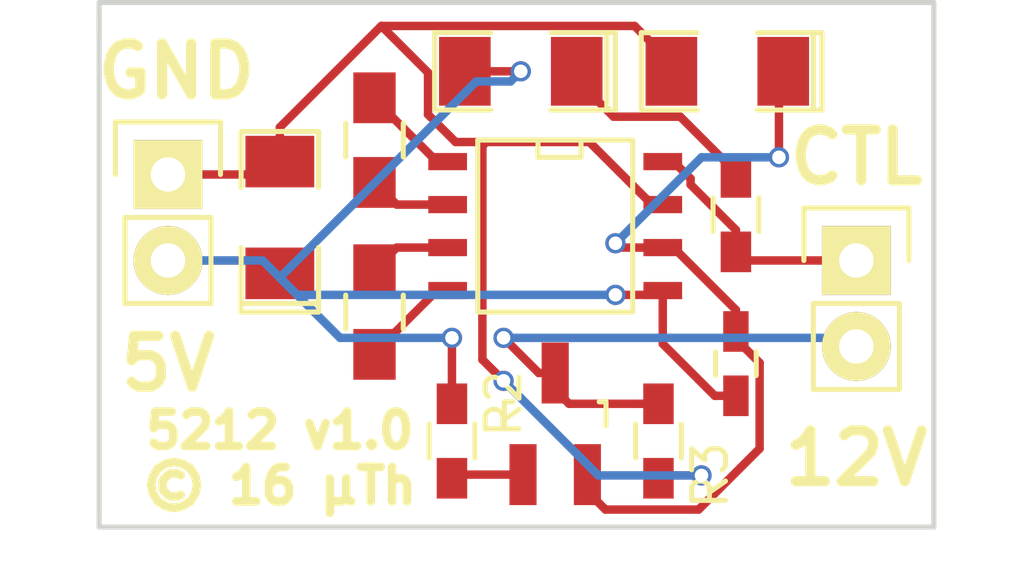
<source format=kicad_pcb>
(kicad_pcb (version 4) (host pcbnew 4.0.0-stable)

  (general
    (links 22)
    (no_connects 0)
    (area 125.193667 96.391 155.730334 114.767)
    (thickness 1.6)
    (drawings 11)
    (tracks 96)
    (zones 0)
    (modules 13)
    (nets 12)
  )

  (page A4)
  (layers
    (0 F.Cu signal)
    (31 B.Cu signal)
    (32 B.Adhes user)
    (33 F.Adhes user)
    (34 B.Paste user)
    (35 F.Paste user)
    (36 B.SilkS user)
    (37 F.SilkS user)
    (38 B.Mask user)
    (39 F.Mask user)
    (40 Dwgs.User user)
    (41 Cmts.User user)
    (42 Eco1.User user)
    (43 Eco2.User user)
    (44 Edge.Cuts user)
    (45 Margin user)
    (46 B.CrtYd user)
    (47 F.CrtYd user)
    (48 B.Fab user)
    (49 F.Fab user)
  )

  (setup
    (last_trace_width 0.25)
    (trace_clearance 0.2)
    (zone_clearance 0.508)
    (zone_45_only no)
    (trace_min 0.2)
    (segment_width 0.2)
    (edge_width 0.15)
    (via_size 0.6)
    (via_drill 0.4)
    (via_min_size 0.4)
    (via_min_drill 0.3)
    (uvia_size 0.3)
    (uvia_drill 0.1)
    (uvias_allowed no)
    (uvia_min_size 0.2)
    (uvia_min_drill 0.1)
    (pcb_text_width 0.3)
    (pcb_text_size 1.5 1.5)
    (mod_edge_width 0.15)
    (mod_text_size 1 1)
    (mod_text_width 0.15)
    (pad_size 1.524 1.524)
    (pad_drill 0.762)
    (pad_to_mask_clearance 0.2)
    (aux_axis_origin 127 111.76)
    (grid_origin 127 114.3)
    (visible_elements FFFEFF7F)
    (pcbplotparams
      (layerselection 0x010f0_80000001)
      (usegerberextensions true)
      (excludeedgelayer true)
      (linewidth 0.100000)
      (plotframeref false)
      (viasonmask false)
      (mode 1)
      (useauxorigin false)
      (hpglpennumber 1)
      (hpglpenspeed 20)
      (hpglpendiameter 15)
      (hpglpenoverlay 2)
      (psnegative false)
      (psa4output false)
      (plotreference true)
      (plotvalue true)
      (plotinvisibletext false)
      (padsonsilk false)
      (subtractmaskfromsilk true)
      (outputformat 1)
      (mirror false)
      (drillshape 0)
      (scaleselection 1)
      (outputdirectory gerb/))
  )

  (net 0 "")
  (net 1 "Net-(C1-Pad1)")
  (net 2 "Net-(C1-Pad2)")
  (net 3 "Net-(C2-Pad1)")
  (net 4 "Net-(C2-Pad2)")
  (net 5 "Net-(C3-Pad1)")
  (net 6 GND)
  (net 7 +5V)
  (net 8 "Net-(D1-Pad1)")
  (net 9 "Net-(P2-Pad1)")
  (net 10 "Net-(P2-Pad2)")
  (net 11 "Net-(Q1-Pad1)")

  (net_class Default "This is the default net class."
    (clearance 0.2)
    (trace_width 0.25)
    (via_dia 0.6)
    (via_drill 0.4)
    (uvia_dia 0.3)
    (uvia_drill 0.1)
    (add_net +5V)
    (add_net GND)
    (add_net "Net-(C1-Pad1)")
    (add_net "Net-(C1-Pad2)")
    (add_net "Net-(C2-Pad1)")
    (add_net "Net-(C2-Pad2)")
    (add_net "Net-(C3-Pad1)")
    (add_net "Net-(D1-Pad1)")
    (add_net "Net-(P2-Pad1)")
    (add_net "Net-(P2-Pad2)")
    (add_net "Net-(Q1-Pad1)")
  )

  (module Capacitors_SMD:C_0805_HandSoldering (layer F.Cu) (tedit 56DCF3A5) (tstamp 56DCEE06)
    (at 136.398 101.6 270)
    (descr "Capacitor SMD 0805, hand soldering")
    (tags "capacitor 0805")
    (path /56DCCA19)
    (attr smd)
    (fp_text reference C1 (at 0 -2.1 270) (layer F.SilkS) hide
      (effects (font (size 1 1) (thickness 0.15)))
    )
    (fp_text value 220n (at 0 2.1 270) (layer F.Fab)
      (effects (font (size 1 1) (thickness 0.15)))
    )
    (fp_line (start -2.3 -1) (end 2.3 -1) (layer F.CrtYd) (width 0.05))
    (fp_line (start -2.3 1) (end 2.3 1) (layer F.CrtYd) (width 0.05))
    (fp_line (start -2.3 -1) (end -2.3 1) (layer F.CrtYd) (width 0.05))
    (fp_line (start 2.3 -1) (end 2.3 1) (layer F.CrtYd) (width 0.05))
    (fp_line (start 0.5 -0.85) (end -0.5 -0.85) (layer F.SilkS) (width 0.15))
    (fp_line (start -0.5 0.85) (end 0.5 0.85) (layer F.SilkS) (width 0.15))
    (pad 1 smd rect (at -1.25 0 270) (size 1.5 1.25) (layers F.Cu F.Paste F.Mask)
      (net 1 "Net-(C1-Pad1)"))
    (pad 2 smd rect (at 1.25 0 270) (size 1.5 1.25) (layers F.Cu F.Paste F.Mask)
      (net 2 "Net-(C1-Pad2)"))
    (model Capacitors_SMD.3dshapes/C_0805_HandSoldering.wrl
      (at (xyz 0 0 0))
      (scale (xyz 1 1 1))
      (rotate (xyz 0 0 0))
    )
  )

  (module Capacitors_SMD:C_0805_HandSoldering (layer F.Cu) (tedit 56DCF3A0) (tstamp 56DCEE0C)
    (at 136.398 106.68 270)
    (descr "Capacitor SMD 0805, hand soldering")
    (tags "capacitor 0805")
    (path /56DCCA87)
    (attr smd)
    (fp_text reference C2 (at 0 -2.1 270) (layer F.SilkS) hide
      (effects (font (size 1 1) (thickness 0.15)))
    )
    (fp_text value 220n (at 0 2.1 270) (layer F.Fab)
      (effects (font (size 1 1) (thickness 0.15)))
    )
    (fp_line (start -2.3 -1) (end 2.3 -1) (layer F.CrtYd) (width 0.05))
    (fp_line (start -2.3 1) (end 2.3 1) (layer F.CrtYd) (width 0.05))
    (fp_line (start -2.3 -1) (end -2.3 1) (layer F.CrtYd) (width 0.05))
    (fp_line (start 2.3 -1) (end 2.3 1) (layer F.CrtYd) (width 0.05))
    (fp_line (start 0.5 -0.85) (end -0.5 -0.85) (layer F.SilkS) (width 0.15))
    (fp_line (start -0.5 0.85) (end 0.5 0.85) (layer F.SilkS) (width 0.15))
    (pad 1 smd rect (at -1.25 0 270) (size 1.5 1.25) (layers F.Cu F.Paste F.Mask)
      (net 3 "Net-(C2-Pad1)"))
    (pad 2 smd rect (at 1.25 0 270) (size 1.5 1.25) (layers F.Cu F.Paste F.Mask)
      (net 4 "Net-(C2-Pad2)"))
    (model Capacitors_SMD.3dshapes/C_0805_HandSoldering.wrl
      (at (xyz 0 0 0))
      (scale (xyz 1 1 1))
      (rotate (xyz 0 0 0))
    )
  )

  (module SMD_Packages:SMD-1206_Pol (layer F.Cu) (tedit 56DCF7E9) (tstamp 56DCEE12)
    (at 146.812 99.568 180)
    (path /56DCCC52)
    (attr smd)
    (fp_text reference C3 (at 0 0 180) (layer F.SilkS) hide
      (effects (font (size 1 1) (thickness 0.15)))
    )
    (fp_text value 4.7µ (at 0 0 180) (layer F.Fab)
      (effects (font (size 1 1) (thickness 0.15)))
    )
    (fp_line (start -2.54 -1.143) (end -2.794 -1.143) (layer F.SilkS) (width 0.15))
    (fp_line (start -2.794 -1.143) (end -2.794 1.143) (layer F.SilkS) (width 0.15))
    (fp_line (start -2.794 1.143) (end -2.54 1.143) (layer F.SilkS) (width 0.15))
    (fp_line (start -2.54 -1.143) (end -2.54 1.143) (layer F.SilkS) (width 0.15))
    (fp_line (start -2.54 1.143) (end -0.889 1.143) (layer F.SilkS) (width 0.15))
    (fp_line (start 0.889 -1.143) (end 2.54 -1.143) (layer F.SilkS) (width 0.15))
    (fp_line (start 2.54 -1.143) (end 2.54 1.143) (layer F.SilkS) (width 0.15))
    (fp_line (start 2.54 1.143) (end 0.889 1.143) (layer F.SilkS) (width 0.15))
    (fp_line (start -0.889 -1.143) (end -2.54 -1.143) (layer F.SilkS) (width 0.15))
    (pad 1 smd rect (at -1.651 0 180) (size 1.524 2.032) (layers F.Cu F.Paste F.Mask)
      (net 5 "Net-(C3-Pad1)"))
    (pad 2 smd rect (at 1.651 0 180) (size 1.524 2.032) (layers F.Cu F.Paste F.Mask)
      (net 6 GND))
    (model SMD_Packages.3dshapes/SMD-1206_Pol.wrl
      (at (xyz 0 0 0))
      (scale (xyz 0.17 0.16 0.16))
      (rotate (xyz 0 0 0))
    )
  )

  (module SMD_Packages:SMD-1206_Pol (layer F.Cu) (tedit 56DCF7F0) (tstamp 56DCEE18)
    (at 133.604 103.886 90)
    (path /56DCCCE7)
    (attr smd)
    (fp_text reference C4 (at 0 0 90) (layer F.SilkS) hide
      (effects (font (size 1 1) (thickness 0.15)))
    )
    (fp_text value 4.7µ (at 0 0 90) (layer F.Fab)
      (effects (font (size 1 1) (thickness 0.15)))
    )
    (fp_line (start -2.54 -1.143) (end -2.794 -1.143) (layer F.SilkS) (width 0.15))
    (fp_line (start -2.794 -1.143) (end -2.794 1.143) (layer F.SilkS) (width 0.15))
    (fp_line (start -2.794 1.143) (end -2.54 1.143) (layer F.SilkS) (width 0.15))
    (fp_line (start -2.54 -1.143) (end -2.54 1.143) (layer F.SilkS) (width 0.15))
    (fp_line (start -2.54 1.143) (end -0.889 1.143) (layer F.SilkS) (width 0.15))
    (fp_line (start 0.889 -1.143) (end 2.54 -1.143) (layer F.SilkS) (width 0.15))
    (fp_line (start 2.54 -1.143) (end 2.54 1.143) (layer F.SilkS) (width 0.15))
    (fp_line (start 2.54 1.143) (end 0.889 1.143) (layer F.SilkS) (width 0.15))
    (fp_line (start -0.889 -1.143) (end -2.54 -1.143) (layer F.SilkS) (width 0.15))
    (pad 1 smd rect (at -1.651 0 90) (size 1.524 2.032) (layers F.Cu F.Paste F.Mask)
      (net 7 +5V))
    (pad 2 smd rect (at 1.651 0 90) (size 1.524 2.032) (layers F.Cu F.Paste F.Mask)
      (net 6 GND))
    (model SMD_Packages.3dshapes/SMD-1206_Pol.wrl
      (at (xyz 0 0 0))
      (scale (xyz 0.17 0.16 0.16))
      (rotate (xyz 0 0 0))
    )
  )

  (module Capacitors_SMD:C_0603_HandSoldering (layer F.Cu) (tedit 56DCF7F6) (tstamp 56DCEE1E)
    (at 147.066 108.204 90)
    (descr "Capacitor SMD 0603, hand soldering")
    (tags "capacitor 0603")
    (path /56DCE7A4)
    (attr smd)
    (fp_text reference C5 (at 0 -1.9 90) (layer F.SilkS) hide
      (effects (font (size 1 1) (thickness 0.15)))
    )
    (fp_text value 100n (at 0 1.9 90) (layer F.Fab)
      (effects (font (size 1 1) (thickness 0.15)))
    )
    (fp_line (start -1.85 -0.75) (end 1.85 -0.75) (layer F.CrtYd) (width 0.05))
    (fp_line (start -1.85 0.75) (end 1.85 0.75) (layer F.CrtYd) (width 0.05))
    (fp_line (start -1.85 -0.75) (end -1.85 0.75) (layer F.CrtYd) (width 0.05))
    (fp_line (start 1.85 -0.75) (end 1.85 0.75) (layer F.CrtYd) (width 0.05))
    (fp_line (start -0.35 -0.6) (end 0.35 -0.6) (layer F.SilkS) (width 0.15))
    (fp_line (start 0.35 0.6) (end -0.35 0.6) (layer F.SilkS) (width 0.15))
    (pad 1 smd rect (at -0.95 0 90) (size 1.2 0.75) (layers F.Cu F.Paste F.Mask)
      (net 7 +5V))
    (pad 2 smd rect (at 0.95 0 90) (size 1.2 0.75) (layers F.Cu F.Paste F.Mask)
      (net 5 "Net-(C3-Pad1)"))
    (model Capacitors_SMD.3dshapes/C_0603_HandSoldering.wrl
      (at (xyz 0 0 0))
      (scale (xyz 1 1 1))
      (rotate (xyz 0 0 0))
    )
  )

  (module SMD_Packages:SMD-1206_Pol (layer F.Cu) (tedit 56DCF7FC) (tstamp 56DCEE24)
    (at 140.716 99.568 180)
    (path /56DCCDF8)
    (attr smd)
    (fp_text reference D1 (at 0 0 180) (layer F.SilkS) hide
      (effects (font (size 1 1) (thickness 0.15)))
    )
    (fp_text value Led_Small (at 0 0 180) (layer F.Fab)
      (effects (font (size 1 1) (thickness 0.15)))
    )
    (fp_line (start -2.54 -1.143) (end -2.794 -1.143) (layer F.SilkS) (width 0.15))
    (fp_line (start -2.794 -1.143) (end -2.794 1.143) (layer F.SilkS) (width 0.15))
    (fp_line (start -2.794 1.143) (end -2.54 1.143) (layer F.SilkS) (width 0.15))
    (fp_line (start -2.54 -1.143) (end -2.54 1.143) (layer F.SilkS) (width 0.15))
    (fp_line (start -2.54 1.143) (end -0.889 1.143) (layer F.SilkS) (width 0.15))
    (fp_line (start 0.889 -1.143) (end 2.54 -1.143) (layer F.SilkS) (width 0.15))
    (fp_line (start 2.54 -1.143) (end 2.54 1.143) (layer F.SilkS) (width 0.15))
    (fp_line (start 2.54 1.143) (end 0.889 1.143) (layer F.SilkS) (width 0.15))
    (fp_line (start -0.889 -1.143) (end -2.54 -1.143) (layer F.SilkS) (width 0.15))
    (pad 1 smd rect (at -1.651 0 180) (size 1.524 2.032) (layers F.Cu F.Paste F.Mask)
      (net 8 "Net-(D1-Pad1)"))
    (pad 2 smd rect (at 1.651 0 180) (size 1.524 2.032) (layers F.Cu F.Paste F.Mask)
      (net 7 +5V))
    (model SMD_Packages.3dshapes/SMD-1206_Pol.wrl
      (at (xyz 0 0 0))
      (scale (xyz 0.17 0.16 0.16))
      (rotate (xyz 0 0 0))
    )
  )

  (module Pin_Headers:Pin_Header_Straight_1x02 (layer F.Cu) (tedit 56DCF30D) (tstamp 56DCEE2A)
    (at 130.302 102.616)
    (descr "Through hole pin header")
    (tags "pin header")
    (path /56DCE51C)
    (fp_text reference P1 (at 0 -5.1) (layer F.SilkS) hide
      (effects (font (size 1 1) (thickness 0.15)))
    )
    (fp_text value CONN_01X02 (at 0 -3.1) (layer F.Fab)
      (effects (font (size 1 1) (thickness 0.15)))
    )
    (fp_line (start 1.27 1.27) (end 1.27 3.81) (layer F.SilkS) (width 0.15))
    (fp_line (start 1.55 -1.55) (end 1.55 0) (layer F.SilkS) (width 0.15))
    (fp_line (start -1.75 -1.75) (end -1.75 4.3) (layer F.CrtYd) (width 0.05))
    (fp_line (start 1.75 -1.75) (end 1.75 4.3) (layer F.CrtYd) (width 0.05))
    (fp_line (start -1.75 -1.75) (end 1.75 -1.75) (layer F.CrtYd) (width 0.05))
    (fp_line (start -1.75 4.3) (end 1.75 4.3) (layer F.CrtYd) (width 0.05))
    (fp_line (start 1.27 1.27) (end -1.27 1.27) (layer F.SilkS) (width 0.15))
    (fp_line (start -1.55 0) (end -1.55 -1.55) (layer F.SilkS) (width 0.15))
    (fp_line (start -1.55 -1.55) (end 1.55 -1.55) (layer F.SilkS) (width 0.15))
    (fp_line (start -1.27 1.27) (end -1.27 3.81) (layer F.SilkS) (width 0.15))
    (fp_line (start -1.27 3.81) (end 1.27 3.81) (layer F.SilkS) (width 0.15))
    (pad 1 thru_hole rect (at 0 0) (size 2.032 2.032) (drill 1.016) (layers *.Cu *.Mask F.SilkS)
      (net 6 GND))
    (pad 2 thru_hole oval (at 0 2.54) (size 2.032 2.032) (drill 1.016) (layers *.Cu *.Mask F.SilkS)
      (net 7 +5V))
    (model Pin_Headers.3dshapes/Pin_Header_Straight_1x02.wrl
      (at (xyz 0 -0.05 0))
      (scale (xyz 1 1 1))
      (rotate (xyz 0 0 90))
    )
  )

  (module Pin_Headers:Pin_Header_Straight_1x02 (layer F.Cu) (tedit 56DCF318) (tstamp 56DCEE30)
    (at 150.622 105.156)
    (descr "Through hole pin header")
    (tags "pin header")
    (path /56DCE629)
    (fp_text reference P2 (at 0 -5.1) (layer F.SilkS) hide
      (effects (font (size 1 1) (thickness 0.15)))
    )
    (fp_text value CONN_01X02 (at 0 -3.1) (layer F.Fab)
      (effects (font (size 1 1) (thickness 0.15)))
    )
    (fp_line (start 1.27 1.27) (end 1.27 3.81) (layer F.SilkS) (width 0.15))
    (fp_line (start 1.55 -1.55) (end 1.55 0) (layer F.SilkS) (width 0.15))
    (fp_line (start -1.75 -1.75) (end -1.75 4.3) (layer F.CrtYd) (width 0.05))
    (fp_line (start 1.75 -1.75) (end 1.75 4.3) (layer F.CrtYd) (width 0.05))
    (fp_line (start -1.75 -1.75) (end 1.75 -1.75) (layer F.CrtYd) (width 0.05))
    (fp_line (start -1.75 4.3) (end 1.75 4.3) (layer F.CrtYd) (width 0.05))
    (fp_line (start 1.27 1.27) (end -1.27 1.27) (layer F.SilkS) (width 0.15))
    (fp_line (start -1.55 0) (end -1.55 -1.55) (layer F.SilkS) (width 0.15))
    (fp_line (start -1.55 -1.55) (end 1.55 -1.55) (layer F.SilkS) (width 0.15))
    (fp_line (start -1.27 1.27) (end -1.27 3.81) (layer F.SilkS) (width 0.15))
    (fp_line (start -1.27 3.81) (end 1.27 3.81) (layer F.SilkS) (width 0.15))
    (pad 1 thru_hole rect (at 0 0) (size 2.032 2.032) (drill 1.016) (layers *.Cu *.Mask F.SilkS)
      (net 9 "Net-(P2-Pad1)"))
    (pad 2 thru_hole oval (at 0 2.54) (size 2.032 2.032) (drill 1.016) (layers *.Cu *.Mask F.SilkS)
      (net 10 "Net-(P2-Pad2)"))
    (model Pin_Headers.3dshapes/Pin_Header_Straight_1x02.wrl
      (at (xyz 0 -0.05 0))
      (scale (xyz 1 1 1))
      (rotate (xyz 0 0 90))
    )
  )

  (module TO_SOT_Packages_SMD:SOT-23_Handsoldering (layer F.Cu) (tedit 56DCF39B) (tstamp 56DCEE37)
    (at 141.732 109.982)
    (descr "SOT-23, Handsoldering")
    (tags SOT-23)
    (path /56DCE03D)
    (attr smd)
    (fp_text reference Q1 (at 0 -3.81) (layer F.SilkS) hide
      (effects (font (size 1 1) (thickness 0.15)))
    )
    (fp_text value BC857 (at 0 3.81) (layer F.Fab)
      (effects (font (size 1 1) (thickness 0.15)))
    )
    (fp_line (start -1.49982 0.0508) (end -1.49982 -0.65024) (layer F.SilkS) (width 0.15))
    (fp_line (start -1.49982 -0.65024) (end -1.2509 -0.65024) (layer F.SilkS) (width 0.15))
    (fp_line (start 1.29916 -0.65024) (end 1.49982 -0.65024) (layer F.SilkS) (width 0.15))
    (fp_line (start 1.49982 -0.65024) (end 1.49982 0.0508) (layer F.SilkS) (width 0.15))
    (pad 1 smd rect (at -0.95 1.50114) (size 0.8001 1.80086) (layers F.Cu F.Paste F.Mask)
      (net 11 "Net-(Q1-Pad1)"))
    (pad 2 smd rect (at 0.95 1.50114) (size 0.8001 1.80086) (layers F.Cu F.Paste F.Mask)
      (net 5 "Net-(C3-Pad1)"))
    (pad 3 smd rect (at 0 -1.50114) (size 0.8001 1.80086) (layers F.Cu F.Paste F.Mask)
      (net 10 "Net-(P2-Pad2)"))
    (model TO_SOT_Packages_SMD.3dshapes/SOT-23_Handsoldering.wrl
      (at (xyz 0 0 0))
      (scale (xyz 1 1 1))
      (rotate (xyz 0 0 0))
    )
  )

  (module Resistors_SMD:R_0603_HandSoldering (layer F.Cu) (tedit 56DCF436) (tstamp 56DCEE3D)
    (at 147.066 103.802 270)
    (descr "Resistor SMD 0603, hand soldering")
    (tags "resistor 0603")
    (path /56DCCE65)
    (attr smd)
    (fp_text reference R1 (at 0 -1.9 270) (layer F.SilkS) hide
      (effects (font (size 1 1) (thickness 0.15)))
    )
    (fp_text value 680 (at 0 1.9 270) (layer F.Fab)
      (effects (font (size 1 1) (thickness 0.15)))
    )
    (fp_line (start -2 -0.8) (end 2 -0.8) (layer F.CrtYd) (width 0.05))
    (fp_line (start -2 0.8) (end 2 0.8) (layer F.CrtYd) (width 0.05))
    (fp_line (start -2 -0.8) (end -2 0.8) (layer F.CrtYd) (width 0.05))
    (fp_line (start 2 -0.8) (end 2 0.8) (layer F.CrtYd) (width 0.05))
    (fp_line (start 0.5 0.675) (end -0.5 0.675) (layer F.SilkS) (width 0.15))
    (fp_line (start -0.5 -0.675) (end 0.5 -0.675) (layer F.SilkS) (width 0.15))
    (pad 1 smd rect (at -1.1 0 270) (size 1.2 0.9) (layers F.Cu F.Paste F.Mask)
      (net 8 "Net-(D1-Pad1)"))
    (pad 2 smd rect (at 1.1 0 270) (size 1.2 0.9) (layers F.Cu F.Paste F.Mask)
      (net 9 "Net-(P2-Pad1)"))
    (model Resistors_SMD.3dshapes/R_0603_HandSoldering.wrl
      (at (xyz 0 0 0))
      (scale (xyz 1 1 1))
      (rotate (xyz 0 0 0))
    )
  )

  (module Resistors_SMD:R_0603_HandSoldering (layer F.Cu) (tedit 5418A00F) (tstamp 56DCEE43)
    (at 138.684 110.49 270)
    (descr "Resistor SMD 0603, hand soldering")
    (tags "resistor 0603")
    (path /56DCE15A)
    (attr smd)
    (fp_text reference R2 (at -1.1 -1.524 270) (layer F.SilkS)
      (effects (font (size 1 1) (thickness 0.15)))
    )
    (fp_text value 33k (at 0 1.9 270) (layer F.Fab)
      (effects (font (size 1 1) (thickness 0.15)))
    )
    (fp_line (start -2 -0.8) (end 2 -0.8) (layer F.CrtYd) (width 0.05))
    (fp_line (start -2 0.8) (end 2 0.8) (layer F.CrtYd) (width 0.05))
    (fp_line (start -2 -0.8) (end -2 0.8) (layer F.CrtYd) (width 0.05))
    (fp_line (start 2 -0.8) (end 2 0.8) (layer F.CrtYd) (width 0.05))
    (fp_line (start 0.5 0.675) (end -0.5 0.675) (layer F.SilkS) (width 0.15))
    (fp_line (start -0.5 -0.675) (end 0.5 -0.675) (layer F.SilkS) (width 0.15))
    (pad 1 smd rect (at -1.1 0 270) (size 1.2 0.9) (layers F.Cu F.Paste F.Mask)
      (net 7 +5V))
    (pad 2 smd rect (at 1.1 0 270) (size 1.2 0.9) (layers F.Cu F.Paste F.Mask)
      (net 11 "Net-(Q1-Pad1)"))
    (model Resistors_SMD.3dshapes/R_0603_HandSoldering.wrl
      (at (xyz 0 0 0))
      (scale (xyz 1 1 1))
      (rotate (xyz 0 0 0))
    )
  )

  (module Resistors_SMD:R_0603_HandSoldering (layer F.Cu) (tedit 5418A00F) (tstamp 56DCEE49)
    (at 144.78 110.49 90)
    (descr "Resistor SMD 0603, hand soldering")
    (tags "resistor 0603")
    (path /56DCE468)
    (attr smd)
    (fp_text reference R3 (at -1.016 1.524 90) (layer F.SilkS)
      (effects (font (size 1 1) (thickness 0.15)))
    )
    (fp_text value 100k (at 0 1.9 90) (layer F.Fab)
      (effects (font (size 1 1) (thickness 0.15)))
    )
    (fp_line (start -2 -0.8) (end 2 -0.8) (layer F.CrtYd) (width 0.05))
    (fp_line (start -2 0.8) (end 2 0.8) (layer F.CrtYd) (width 0.05))
    (fp_line (start -2 -0.8) (end -2 0.8) (layer F.CrtYd) (width 0.05))
    (fp_line (start 2 -0.8) (end 2 0.8) (layer F.CrtYd) (width 0.05))
    (fp_line (start 0.5 0.675) (end -0.5 0.675) (layer F.SilkS) (width 0.15))
    (fp_line (start -0.5 -0.675) (end 0.5 -0.675) (layer F.SilkS) (width 0.15))
    (pad 1 smd rect (at -1.1 0 90) (size 1.2 0.9) (layers F.Cu F.Paste F.Mask)
      (net 6 GND))
    (pad 2 smd rect (at 1.1 0 90) (size 1.2 0.9) (layers F.Cu F.Paste F.Mask)
      (net 10 "Net-(P2-Pad2)"))
    (model Resistors_SMD.3dshapes/R_0603_HandSoldering.wrl
      (at (xyz 0 0 0))
      (scale (xyz 1 1 1))
      (rotate (xyz 0 0 0))
    )
  )

  (module SMD_Packages:SOIC-8-N (layer F.Cu) (tedit 56DCF323) (tstamp 56DCEE55)
    (at 141.732 104.14 270)
    (descr "Module Narrow CMS SOJ 8 pins large")
    (tags "CMS SOJ")
    (path /56DCC9C2)
    (attr smd)
    (fp_text reference U1 (at 0 -1.27 270) (layer F.SilkS) hide
      (effects (font (size 1 1) (thickness 0.15)))
    )
    (fp_text value ST662AB (at 0 1.27 270) (layer F.Fab)
      (effects (font (size 1 1) (thickness 0.15)))
    )
    (fp_line (start -2.54 -2.286) (end 2.54 -2.286) (layer F.SilkS) (width 0.15))
    (fp_line (start 2.54 -2.286) (end 2.54 2.286) (layer F.SilkS) (width 0.15))
    (fp_line (start 2.54 2.286) (end -2.54 2.286) (layer F.SilkS) (width 0.15))
    (fp_line (start -2.54 2.286) (end -2.54 -2.286) (layer F.SilkS) (width 0.15))
    (fp_line (start -2.54 -0.762) (end -2.032 -0.762) (layer F.SilkS) (width 0.15))
    (fp_line (start -2.032 -0.762) (end -2.032 0.508) (layer F.SilkS) (width 0.15))
    (fp_line (start -2.032 0.508) (end -2.54 0.508) (layer F.SilkS) (width 0.15))
    (pad 8 smd rect (at -1.905 -3.175 270) (size 0.508 1.143) (layers F.Cu F.Paste F.Mask)
      (net 9 "Net-(P2-Pad1)"))
    (pad 7 smd rect (at -0.635 -3.175 270) (size 0.508 1.143) (layers F.Cu F.Paste F.Mask)
      (net 6 GND))
    (pad 6 smd rect (at 0.635 -3.175 270) (size 0.508 1.143) (layers F.Cu F.Paste F.Mask)
      (net 5 "Net-(C3-Pad1)"))
    (pad 5 smd rect (at 1.905 -3.175 270) (size 0.508 1.143) (layers F.Cu F.Paste F.Mask)
      (net 7 +5V))
    (pad 4 smd rect (at 1.905 3.175 270) (size 0.508 1.143) (layers F.Cu F.Paste F.Mask)
      (net 4 "Net-(C2-Pad2)"))
    (pad 3 smd rect (at 0.635 3.175 270) (size 0.508 1.143) (layers F.Cu F.Paste F.Mask)
      (net 3 "Net-(C2-Pad1)"))
    (pad 2 smd rect (at -0.635 3.175 270) (size 0.508 1.143) (layers F.Cu F.Paste F.Mask)
      (net 2 "Net-(C1-Pad2)"))
    (pad 1 smd rect (at -1.905 3.175 270) (size 0.508 1.143) (layers F.Cu F.Paste F.Mask)
      (net 1 "Net-(C1-Pad1)"))
    (model SMD_Packages.3dshapes/SOIC-8-N.wrl
      (at (xyz 0 0 0))
      (scale (xyz 0.5 0.38 0.5))
      (rotate (xyz 0 0 0))
    )
  )

  (gr_line (start 128.27 97.536) (end 128.27 98.552) (layer Edge.Cuts) (width 0.15))
  (gr_line (start 152.908 97.536) (end 128.27 97.536) (layer Edge.Cuts) (width 0.15))
  (gr_line (start 152.908 113.03) (end 152.908 97.536) (layer Edge.Cuts) (width 0.15))
  (gr_line (start 128.27 113.03) (end 152.908 113.03) (layer Edge.Cuts) (width 0.15))
  (gr_line (start 128.27 112.776) (end 128.27 113.03) (layer Edge.Cuts) (width 0.15))
  (gr_line (start 128.27 97.79) (end 128.27 112.776) (layer Edge.Cuts) (width 0.15))
  (gr_text "5212 v1.0\n© 16 µTh" (at 133.604 110.998) (layer F.SilkS)
    (effects (font (size 1.016 1.016) (thickness 0.254)))
  )
  (gr_text 12V (at 150.622 110.998) (layer F.SilkS)
    (effects (font (size 1.5 1.5) (thickness 0.3)))
  )
  (gr_text CTL (at 150.622 102.108) (layer F.SilkS)
    (effects (font (size 1.5 1.5) (thickness 0.3)))
  )
  (gr_text GND (at 130.556 99.568) (layer F.SilkS)
    (effects (font (size 1.5 1.5) (thickness 0.3)))
  )
  (gr_text 5V (at 130.302 108.204) (layer F.SilkS)
    (effects (font (size 1.5 1.5) (thickness 0.3)))
  )

  (segment (start 138.557 102.235) (end 138.2395 102.235) (width 0.25) (layer F.Cu) (net 1))
  (segment (start 138.2395 102.235) (end 136.398 100.3935) (width 0.25) (layer F.Cu) (net 1))
  (segment (start 136.398 100.3935) (end 136.398 100.35) (width 0.25) (layer F.Cu) (net 1))
  (segment (start 138.557 103.505) (end 137.053 103.505) (width 0.25) (layer F.Cu) (net 2))
  (segment (start 137.053 103.505) (end 136.398 102.85) (width 0.25) (layer F.Cu) (net 2))
  (segment (start 138.557 104.775) (end 137.053 104.775) (width 0.25) (layer F.Cu) (net 3))
  (segment (start 137.053 104.775) (end 136.398 105.43) (width 0.25) (layer F.Cu) (net 3))
  (segment (start 138.557 106.045) (end 138.2395 106.045) (width 0.25) (layer F.Cu) (net 4))
  (segment (start 138.2395 106.045) (end 136.398 107.8865) (width 0.25) (layer F.Cu) (net 4))
  (segment (start 136.398 107.8865) (end 136.398 107.93) (width 0.25) (layer F.Cu) (net 4))
  (segment (start 142.682 111.48314) (end 142.682 111.98352) (width 0.25) (layer F.Cu) (net 5))
  (segment (start 142.682 111.98352) (end 143.213481 112.515001) (width 0.25) (layer F.Cu) (net 5))
  (segment (start 143.213481 112.515001) (end 145.966001 112.515001) (width 0.25) (layer F.Cu) (net 5))
  (segment (start 145.966001 112.515001) (end 147.766001 110.715001) (width 0.25) (layer F.Cu) (net 5))
  (segment (start 147.766001 110.715001) (end 147.766001 108.179001) (width 0.25) (layer F.Cu) (net 5))
  (segment (start 147.766001 108.179001) (end 147.066 107.479) (width 0.25) (layer F.Cu) (net 5))
  (segment (start 147.066 107.479) (end 147.066 107.254) (width 0.25) (layer F.Cu) (net 5))
  (segment (start 147.066 107.254) (end 147.066 106.6165) (width 0.25) (layer F.Cu) (net 5))
  (segment (start 147.066 106.6165) (end 145.2245 104.775) (width 0.25) (layer F.Cu) (net 5))
  (segment (start 145.2245 104.775) (end 144.907 104.775) (width 0.25) (layer F.Cu) (net 5))
  (segment (start 148.336 102.108) (end 148.336 99.695) (width 0.25) (layer F.Cu) (net 5))
  (segment (start 148.336 99.695) (end 148.463 99.568) (width 0.25) (layer F.Cu) (net 5))
  (segment (start 143.51 104.648) (end 146.05 102.108) (width 0.25) (layer B.Cu) (net 5))
  (segment (start 146.05 102.108) (end 148.336 102.108) (width 0.25) (layer B.Cu) (net 5))
  (via (at 148.336 102.108) (size 0.6) (drill 0.4) (layers F.Cu B.Cu) (net 5))
  (segment (start 144.907 104.775) (end 143.637 104.775) (width 0.25) (layer F.Cu) (net 5))
  (segment (start 143.637 104.775) (end 143.51 104.648) (width 0.25) (layer F.Cu) (net 5))
  (via (at 143.51 104.648) (size 0.6) (drill 0.4) (layers F.Cu B.Cu) (net 5))
  (segment (start 146.05 111.506) (end 144.864 111.506) (width 0.25) (layer F.Cu) (net 6))
  (segment (start 144.864 111.506) (end 144.78 111.59) (width 0.25) (layer F.Cu) (net 6))
  (segment (start 140.208 108.712) (end 143.002 111.506) (width 0.25) (layer B.Cu) (net 6))
  (segment (start 143.002 111.506) (end 146.05 111.506) (width 0.25) (layer B.Cu) (net 6))
  (via (at 146.05 111.506) (size 0.6) (drill 0.4) (layers F.Cu B.Cu) (net 6))
  (segment (start 139.7 101.655999) (end 142.740499 101.655999) (width 0.25) (layer F.Cu) (net 6))
  (segment (start 138.789997 101.655999) (end 139.7 101.655999) (width 0.25) (layer F.Cu) (net 6))
  (segment (start 139.7 101.655999) (end 139.582999 101.773) (width 0.25) (layer F.Cu) (net 6))
  (segment (start 139.582999 101.773) (end 139.582999 108.086999) (width 0.25) (layer F.Cu) (net 6))
  (segment (start 139.582999 108.086999) (end 140.208 108.712) (width 0.25) (layer F.Cu) (net 6))
  (via (at 140.208 108.712) (size 0.6) (drill 0.4) (layers F.Cu B.Cu) (net 6))
  (segment (start 136.600001 98.226999) (end 137.977999 99.604997) (width 0.25) (layer F.Cu) (net 6))
  (segment (start 144.5895 103.505) (end 144.907 103.505) (width 0.25) (layer F.Cu) (net 6))
  (segment (start 137.977999 99.604997) (end 137.977999 100.844001) (width 0.25) (layer F.Cu) (net 6))
  (segment (start 137.977999 100.844001) (end 138.789997 101.655999) (width 0.25) (layer F.Cu) (net 6))
  (segment (start 142.740499 101.655999) (end 144.5895 103.505) (width 0.25) (layer F.Cu) (net 6))
  (segment (start 133.604 102.235) (end 133.604 101.223) (width 0.25) (layer F.Cu) (net 6))
  (segment (start 133.604 101.223) (end 136.600001 98.226999) (width 0.25) (layer F.Cu) (net 6))
  (segment (start 136.600001 98.226999) (end 144.073999 98.226999) (width 0.25) (layer F.Cu) (net 6))
  (segment (start 144.073999 98.226999) (end 145.161 99.314) (width 0.25) (layer F.Cu) (net 6))
  (segment (start 145.161 99.314) (end 145.161 99.568) (width 0.25) (layer F.Cu) (net 6))
  (segment (start 130.302 102.616) (end 133.223 102.616) (width 0.25) (layer F.Cu) (net 6))
  (segment (start 133.223 102.616) (end 133.604 102.235) (width 0.25) (layer F.Cu) (net 6))
  (segment (start 147.066 109.154) (end 146.441 109.154) (width 0.25) (layer F.Cu) (net 7))
  (segment (start 146.441 109.154) (end 144.907 107.62) (width 0.25) (layer F.Cu) (net 7))
  (segment (start 144.907 107.62) (end 144.907 106.549) (width 0.25) (layer F.Cu) (net 7))
  (segment (start 144.907 106.549) (end 144.907 106.045) (width 0.25) (layer F.Cu) (net 7))
  (segment (start 133.604 105.664) (end 133.096 105.156) (width 0.25) (layer B.Cu) (net 7))
  (segment (start 133.096 105.156) (end 130.302 105.156) (width 0.25) (layer B.Cu) (net 7))
  (segment (start 138.684 107.442) (end 135.382 107.442) (width 0.25) (layer B.Cu) (net 7))
  (segment (start 135.382 107.442) (end 133.604 105.664) (width 0.25) (layer B.Cu) (net 7))
  (segment (start 138.684 109.39) (end 138.684 107.442) (width 0.25) (layer F.Cu) (net 7))
  (via (at 138.684 107.442) (size 0.6) (drill 0.4) (layers F.Cu B.Cu) (net 7))
  (segment (start 143.51 106.172) (end 144.78 106.172) (width 0.25) (layer F.Cu) (net 7))
  (segment (start 144.78 106.172) (end 144.907 106.045) (width 0.25) (layer F.Cu) (net 7))
  (segment (start 133.604 105.664) (end 134.112 106.172) (width 0.25) (layer B.Cu) (net 7))
  (segment (start 134.112 106.172) (end 143.51 106.172) (width 0.25) (layer B.Cu) (net 7))
  (via (at 143.51 106.172) (size 0.6) (drill 0.4) (layers F.Cu B.Cu) (net 7))
  (segment (start 139.400001 99.867999) (end 133.604 105.664) (width 0.25) (layer B.Cu) (net 7))
  (segment (start 140.716 99.568) (end 140.416001 99.867999) (width 0.25) (layer B.Cu) (net 7))
  (segment (start 140.416001 99.867999) (end 139.400001 99.867999) (width 0.25) (layer B.Cu) (net 7))
  (segment (start 139.065 99.568) (end 140.716 99.568) (width 0.25) (layer F.Cu) (net 7))
  (via (at 140.716 99.568) (size 0.6) (drill 0.4) (layers F.Cu B.Cu) (net 7))
  (segment (start 130.302 105.156) (end 133.223 105.156) (width 0.25) (layer F.Cu) (net 7))
  (segment (start 133.223 105.156) (end 133.604 105.537) (width 0.25) (layer F.Cu) (net 7))
  (segment (start 147.066 102.702) (end 147.066 102.552) (width 0.25) (layer F.Cu) (net 8))
  (segment (start 145.423001 100.909001) (end 143.454001 100.909001) (width 0.25) (layer F.Cu) (net 8))
  (segment (start 147.066 102.552) (end 145.423001 100.909001) (width 0.25) (layer F.Cu) (net 8))
  (segment (start 142.367 99.822) (end 142.367 99.568) (width 0.25) (layer F.Cu) (net 8))
  (segment (start 143.454001 100.909001) (end 142.367 99.822) (width 0.25) (layer F.Cu) (net 8))
  (segment (start 147.066 104.902) (end 147.066 104.253498) (width 0.25) (layer F.Cu) (net 9))
  (segment (start 147.066 104.253498) (end 145.7285 102.915998) (width 0.25) (layer F.Cu) (net 9))
  (segment (start 145.7285 102.915998) (end 145.7285 102.739) (width 0.25) (layer F.Cu) (net 9))
  (segment (start 145.2245 102.235) (end 144.907 102.235) (width 0.25) (layer F.Cu) (net 9))
  (segment (start 145.7285 102.739) (end 145.2245 102.235) (width 0.25) (layer F.Cu) (net 9))
  (segment (start 150.622 105.156) (end 147.32 105.156) (width 0.25) (layer F.Cu) (net 9))
  (segment (start 147.32 105.156) (end 147.066 104.902) (width 0.25) (layer F.Cu) (net 9))
  (segment (start 140.208 107.442) (end 150.368 107.442) (width 0.25) (layer B.Cu) (net 10))
  (segment (start 150.368 107.442) (end 150.622 107.696) (width 0.25) (layer B.Cu) (net 10))
  (segment (start 141.732 108.48086) (end 141.24686 108.48086) (width 0.25) (layer F.Cu) (net 10))
  (segment (start 141.24686 108.48086) (end 140.208 107.442) (width 0.25) (layer F.Cu) (net 10))
  (via (at 140.208 107.442) (size 0.6) (drill 0.4) (layers F.Cu B.Cu) (net 10))
  (segment (start 141.732 108.48086) (end 141.732 108.98124) (width 0.25) (layer F.Cu) (net 10))
  (segment (start 141.732 108.98124) (end 142.14076 109.39) (width 0.25) (layer F.Cu) (net 10))
  (segment (start 142.14076 109.39) (end 144.08 109.39) (width 0.25) (layer F.Cu) (net 10))
  (segment (start 144.08 109.39) (end 144.78 109.39) (width 0.25) (layer F.Cu) (net 10))
  (segment (start 140.782 111.48314) (end 138.79086 111.48314) (width 0.25) (layer F.Cu) (net 11))
  (segment (start 138.79086 111.48314) (end 138.684 111.59) (width 0.25) (layer F.Cu) (net 11))

)

</source>
